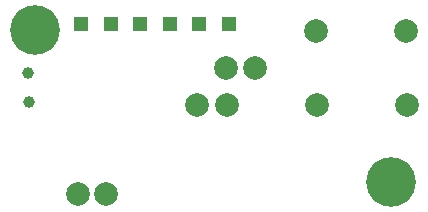
<source format=gbr>
%TF.GenerationSoftware,KiCad,Pcbnew,(5.99.0-10548-gc49af57c2a)*%
%TF.CreationDate,2021-06-24T16:08:38+08:00*%
%TF.ProjectId,facegate-relay-v3-new,66616365-6761-4746-952d-72656c61792d,v01*%
%TF.SameCoordinates,Original*%
%TF.FileFunction,Soldermask,Bot*%
%TF.FilePolarity,Negative*%
%FSLAX46Y46*%
G04 Gerber Fmt 4.6, Leading zero omitted, Abs format (unit mm)*
G04 Created by KiCad (PCBNEW (5.99.0-10548-gc49af57c2a)) date 2021-06-24 16:08:38*
%MOMM*%
%LPD*%
G01*
G04 APERTURE LIST*
%ADD10C,2.000000*%
%ADD11C,1.000000*%
%ADD12R,1.240000X1.240000*%
%ADD13C,4.200000*%
G04 APERTURE END LIST*
D10*
%TO.C,NO*%
X117700000Y-61100000D03*
X125300000Y-61100000D03*
%TD*%
%TO.C,K1*%
X107575100Y-67330000D03*
X110115100Y-67330000D03*
X117735100Y-67330000D03*
X125355100Y-67330000D03*
%TD*%
D11*
%TO.C,PB*%
X93350000Y-67100000D03*
%TD*%
D10*
%TO.C,J-VIN*%
X110050000Y-64250000D03*
%TD*%
D12*
%TO.C,KILL*%
X100300000Y-60500000D03*
%TD*%
%TO.C,LED*%
X97800000Y-60500000D03*
%TD*%
%TO.C,3.3V*%
X102800000Y-60500000D03*
%TD*%
D10*
%TO.C,5V-IN*%
X99900000Y-74900000D03*
%TD*%
D11*
%TO.C,LED*%
X93300000Y-64700000D03*
%TD*%
D13*
%TO.C,M2*%
X124000000Y-73900000D03*
%TD*%
D12*
%TO.C,INT*%
X105300000Y-60500000D03*
%TD*%
D10*
%TO.C,5V-GND*%
X97500000Y-74900000D03*
%TD*%
D12*
%TO.C,R-IN*%
X110300000Y-60500000D03*
%TD*%
D10*
%TO.C,GND*%
X112500000Y-64200000D03*
%TD*%
D13*
%TO.C,M2*%
X93900000Y-61000000D03*
%TD*%
D12*
%TO.C,5V*%
X107800000Y-60500000D03*
%TD*%
M02*

</source>
